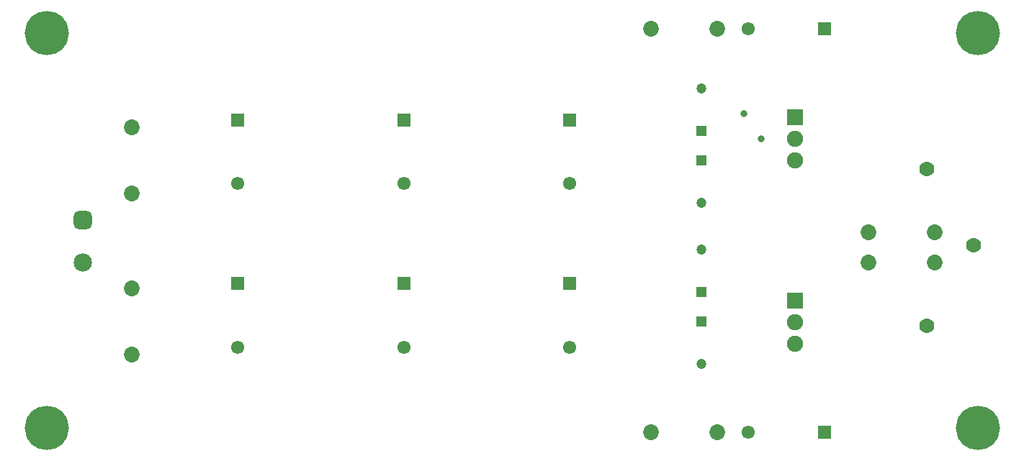
<source format=gbr>
G04*
G04 #@! TF.GenerationSoftware,Altium Limited,Altium Designer,24.5.1 (21)*
G04*
G04 Layer_Color=8388736*
%FSLAX25Y25*%
%MOIN*%
G70*
G04*
G04 #@! TF.SameCoordinates,C76CA4C4-4B78-49E4-996D-9464DF6DB47D*
G04*
G04*
G04 #@! TF.FilePolarity,Negative*
G04*
G01*
G75*
%ADD15C,0.07493*%
%ADD16R,0.07493X0.07493*%
%ADD17C,0.07296*%
%ADD18C,0.04724*%
%ADD19R,0.04724X0.04724*%
%ADD20C,0.06981*%
%ADD21R,0.06102X0.06102*%
%ADD22C,0.06102*%
G04:AMPARAMS|DCode=23|XSize=84.77mil|YSize=84.77mil|CornerRadius=23.19mil|HoleSize=0mil|Usage=FLASHONLY|Rotation=270.000|XOffset=0mil|YOffset=0mil|HoleType=Round|Shape=RoundedRectangle|*
%AMROUNDEDRECTD23*
21,1,0.08477,0.03839,0,0,270.0*
21,1,0.03839,0.08477,0,0,270.0*
1,1,0.04639,-0.01919,-0.01919*
1,1,0.04639,-0.01919,0.01919*
1,1,0.04639,0.01919,0.01919*
1,1,0.04639,0.01919,-0.01919*
%
%ADD23ROUNDEDRECTD23*%
%ADD24C,0.08477*%
%ADD25C,0.20485*%
%ADD26C,0.06115*%
%ADD27R,0.06115X0.06115*%
%ADD28C,0.03162*%
D15*
X360236Y137795D02*
D03*
Y147795D02*
D03*
Y62835D02*
D03*
Y52835D02*
D03*
D16*
Y157795D02*
D03*
Y72835D02*
D03*
D17*
X53150Y122441D02*
D03*
Y153150D02*
D03*
Y78347D02*
D03*
Y47638D02*
D03*
X324410Y198819D02*
D03*
X293701D02*
D03*
X394094Y90551D02*
D03*
X424803D02*
D03*
X394094Y104331D02*
D03*
X424803D02*
D03*
X324410Y11811D02*
D03*
X293701D02*
D03*
D18*
X316929Y43307D02*
D03*
Y96457D02*
D03*
Y171260D02*
D03*
Y118110D02*
D03*
D19*
Y62992D02*
D03*
Y76772D02*
D03*
Y151575D02*
D03*
Y137795D02*
D03*
D20*
X442913Y98425D02*
D03*
X421260Y61024D02*
D03*
Y133858D02*
D03*
D21*
X179134Y156496D02*
D03*
X102362Y80709D02*
D03*
X255906D02*
D03*
X179134D02*
D03*
X102362Y156496D02*
D03*
X255906D02*
D03*
D22*
X179134Y126969D02*
D03*
X102362Y51181D02*
D03*
X255906D02*
D03*
X179134D02*
D03*
X102362Y126969D02*
D03*
X255906D02*
D03*
D23*
X30512Y110236D02*
D03*
D24*
Y90551D02*
D03*
D25*
X444882Y196850D02*
D03*
X13780Y13780D02*
D03*
X444882D02*
D03*
X13780Y196850D02*
D03*
D26*
X338583Y11811D02*
D03*
Y198819D02*
D03*
D27*
X374016Y11811D02*
D03*
Y198819D02*
D03*
D28*
X336614Y159449D02*
D03*
X344488Y147638D02*
D03*
M02*

</source>
